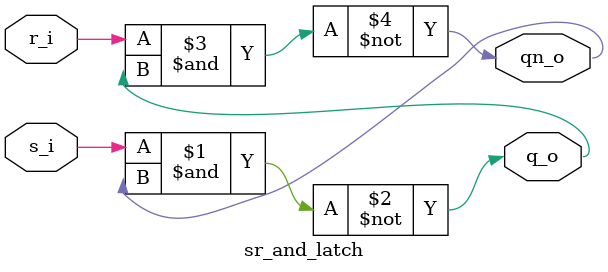
<source format=v>
module sr_and_latch (
	r_i, // reset
	s_i, // set 
	q_o,
	qn_o
);

input  wire		r_i;
input  wire 	s_i;
output wire		q_o;
output wire		qn_o;

assign q_o = ~ (s_i & qn_o);
assign qn_o = ~ (r_i & q_o);

endmodule
</source>
